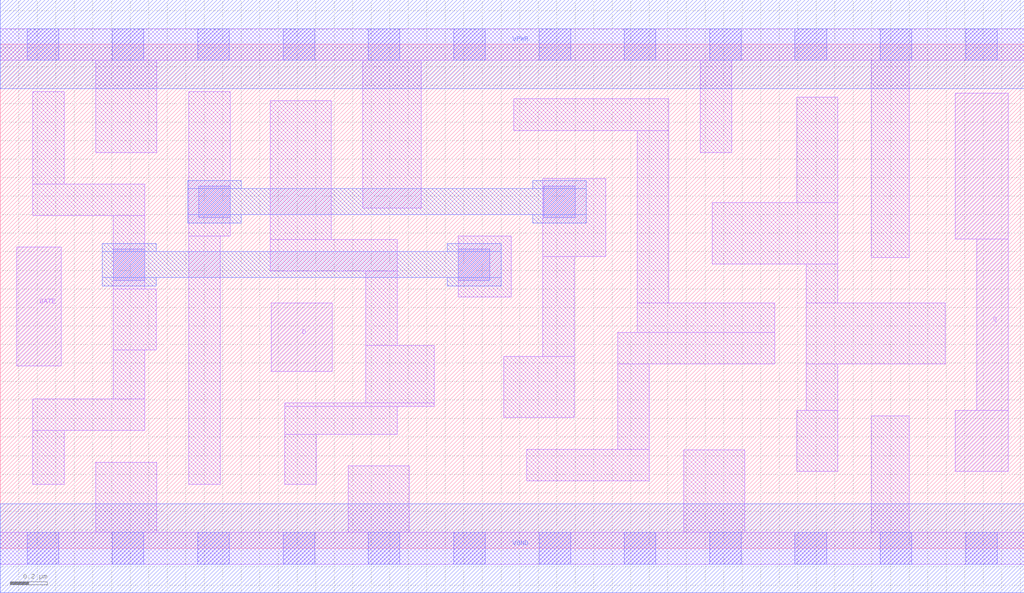
<source format=lef>
# Copyright 2020 The SkyWater PDK Authors
#
# Licensed under the Apache License, Version 2.0 (the "License");
# you may not use this file except in compliance with the License.
# You may obtain a copy of the License at
#
#     https://www.apache.org/licenses/LICENSE-2.0
#
# Unless required by applicable law or agreed to in writing, software
# distributed under the License is distributed on an "AS IS" BASIS,
# WITHOUT WARRANTIES OR CONDITIONS OF ANY KIND, either express or implied.
# See the License for the specific language governing permissions and
# limitations under the License.
#
# SPDX-License-Identifier: Apache-2.0

VERSION 5.7 ;
  NAMESCASESENSITIVE ON ;
  NOWIREEXTENSIONATPIN ON ;
  DIVIDERCHAR "/" ;
  BUSBITCHARS "[]" ;
UNITS
  DATABASE MICRONS 200 ;
END UNITS
MACRO sky130_fd_sc_hd__dlxtp_1
  CLASS CORE ;
  SOURCE USER ;
  FOREIGN sky130_fd_sc_hd__dlxtp_1 ;
  ORIGIN  0.000000  0.000000 ;
  SIZE  5.520000 BY  2.720000 ;
  SYMMETRY X Y R90 ;
  SITE unithd ;
  PIN D
    ANTENNAGATEAREA  0.159000 ;
    DIRECTION INPUT ;
    USE SIGNAL ;
    PORT
      LAYER li1 ;
        RECT 1.460000 0.955000 1.790000 1.325000 ;
    END
  END D
  PIN Q
    ANTENNADIFFAREA  0.470250 ;
    DIRECTION OUTPUT ;
    USE SIGNAL ;
    PORT
      LAYER li1 ;
        RECT 5.150000 0.415000 5.435000 0.745000 ;
        RECT 5.150000 1.670000 5.435000 2.455000 ;
        RECT 5.265000 0.745000 5.435000 1.670000 ;
    END
  END Q
  PIN GATE
    ANTENNAGATEAREA  0.159000 ;
    DIRECTION INPUT ;
    USE CLOCK ;
    PORT
      LAYER li1 ;
        RECT 0.090000 0.985000 0.330000 1.625000 ;
    END
  END GATE
  PIN VGND
    DIRECTION INOUT ;
    SHAPE ABUTMENT ;
    USE GROUND ;
    PORT
      LAYER met1 ;
        RECT 0.000000 -0.240000 5.520000 0.240000 ;
    END
  END VGND
  PIN VPWR
    DIRECTION INOUT ;
    SHAPE ABUTMENT ;
    USE POWER ;
    PORT
      LAYER met1 ;
        RECT 0.000000 2.480000 5.520000 2.960000 ;
    END
  END VPWR
  OBS
    LAYER li1 ;
      RECT 0.000000 -0.085000 5.520000 0.085000 ;
      RECT 0.000000  2.635000 5.520000 2.805000 ;
      RECT 0.175000  0.345000 0.345000 0.635000 ;
      RECT 0.175000  0.635000 0.780000 0.805000 ;
      RECT 0.175000  1.795000 0.780000 1.965000 ;
      RECT 0.175000  1.965000 0.345000 2.465000 ;
      RECT 0.515000  0.085000 0.845000 0.465000 ;
      RECT 0.515000  2.135000 0.845000 2.635000 ;
      RECT 0.610000  0.805000 0.780000 1.070000 ;
      RECT 0.610000  1.070000 0.840000 1.400000 ;
      RECT 0.610000  1.400000 0.780000 1.795000 ;
      RECT 1.015000  0.345000 1.185000 1.685000 ;
      RECT 1.015000  1.685000 1.240000 2.465000 ;
      RECT 1.455000  1.495000 2.140000 1.665000 ;
      RECT 1.455000  1.665000 1.785000 2.415000 ;
      RECT 1.535000  0.345000 1.705000 0.615000 ;
      RECT 1.535000  0.615000 2.140000 0.765000 ;
      RECT 1.535000  0.765000 2.340000 0.785000 ;
      RECT 1.875000  0.085000 2.205000 0.445000 ;
      RECT 1.955000  1.835000 2.270000 2.635000 ;
      RECT 1.970000  0.785000 2.340000 1.095000 ;
      RECT 1.970000  1.095000 2.140000 1.495000 ;
      RECT 2.470000  1.355000 2.755000 1.685000 ;
      RECT 2.715000  0.705000 3.095000 1.035000 ;
      RECT 2.770000  2.255000 3.605000 2.425000 ;
      RECT 2.840000  0.365000 3.500000 0.535000 ;
      RECT 2.925000  1.035000 3.095000 1.575000 ;
      RECT 2.925000  1.575000 3.265000 1.995000 ;
      RECT 3.330000  0.535000 3.500000 0.995000 ;
      RECT 3.330000  0.995000 4.175000 1.165000 ;
      RECT 3.435000  1.165000 4.175000 1.325000 ;
      RECT 3.435000  1.325000 3.605000 2.255000 ;
      RECT 3.685000  0.085000 4.015000 0.530000 ;
      RECT 3.775000  2.135000 3.945000 2.635000 ;
      RECT 3.840000  1.535000 4.515000 1.865000 ;
      RECT 4.295000  0.415000 4.515000 0.745000 ;
      RECT 4.295000  1.865000 4.515000 2.435000 ;
      RECT 4.345000  0.745000 4.515000 0.995000 ;
      RECT 4.345000  0.995000 5.095000 1.325000 ;
      RECT 4.345000  1.325000 4.515000 1.535000 ;
      RECT 4.695000  0.085000 4.900000 0.715000 ;
      RECT 4.695000  1.570000 4.900000 2.635000 ;
    LAYER mcon ;
      RECT 0.145000 -0.085000 0.315000 0.085000 ;
      RECT 0.145000  2.635000 0.315000 2.805000 ;
      RECT 0.605000 -0.085000 0.775000 0.085000 ;
      RECT 0.605000  2.635000 0.775000 2.805000 ;
      RECT 0.610000  1.445000 0.780000 1.615000 ;
      RECT 1.065000 -0.085000 1.235000 0.085000 ;
      RECT 1.065000  2.635000 1.235000 2.805000 ;
      RECT 1.070000  1.785000 1.240000 1.955000 ;
      RECT 1.525000 -0.085000 1.695000 0.085000 ;
      RECT 1.525000  2.635000 1.695000 2.805000 ;
      RECT 1.985000 -0.085000 2.155000 0.085000 ;
      RECT 1.985000  2.635000 2.155000 2.805000 ;
      RECT 2.445000 -0.085000 2.615000 0.085000 ;
      RECT 2.445000  2.635000 2.615000 2.805000 ;
      RECT 2.470000  1.445000 2.640000 1.615000 ;
      RECT 2.905000 -0.085000 3.075000 0.085000 ;
      RECT 2.905000  2.635000 3.075000 2.805000 ;
      RECT 2.930000  1.785000 3.100000 1.955000 ;
      RECT 3.365000 -0.085000 3.535000 0.085000 ;
      RECT 3.365000  2.635000 3.535000 2.805000 ;
      RECT 3.825000 -0.085000 3.995000 0.085000 ;
      RECT 3.825000  2.635000 3.995000 2.805000 ;
      RECT 4.285000 -0.085000 4.455000 0.085000 ;
      RECT 4.285000  2.635000 4.455000 2.805000 ;
      RECT 4.745000 -0.085000 4.915000 0.085000 ;
      RECT 4.745000  2.635000 4.915000 2.805000 ;
      RECT 5.205000 -0.085000 5.375000 0.085000 ;
      RECT 5.205000  2.635000 5.375000 2.805000 ;
    LAYER met1 ;
      RECT 0.550000 1.415000 0.840000 1.460000 ;
      RECT 0.550000 1.460000 2.700000 1.600000 ;
      RECT 0.550000 1.600000 0.840000 1.645000 ;
      RECT 1.010000 1.755000 1.300000 1.800000 ;
      RECT 1.010000 1.800000 3.160000 1.940000 ;
      RECT 1.010000 1.940000 1.300000 1.985000 ;
      RECT 2.410000 1.415000 2.700000 1.460000 ;
      RECT 2.410000 1.600000 2.700000 1.645000 ;
      RECT 2.870000 1.755000 3.160000 1.800000 ;
      RECT 2.870000 1.940000 3.160000 1.985000 ;
  END
END sky130_fd_sc_hd__dlxtp_1
END LIBRARY

</source>
